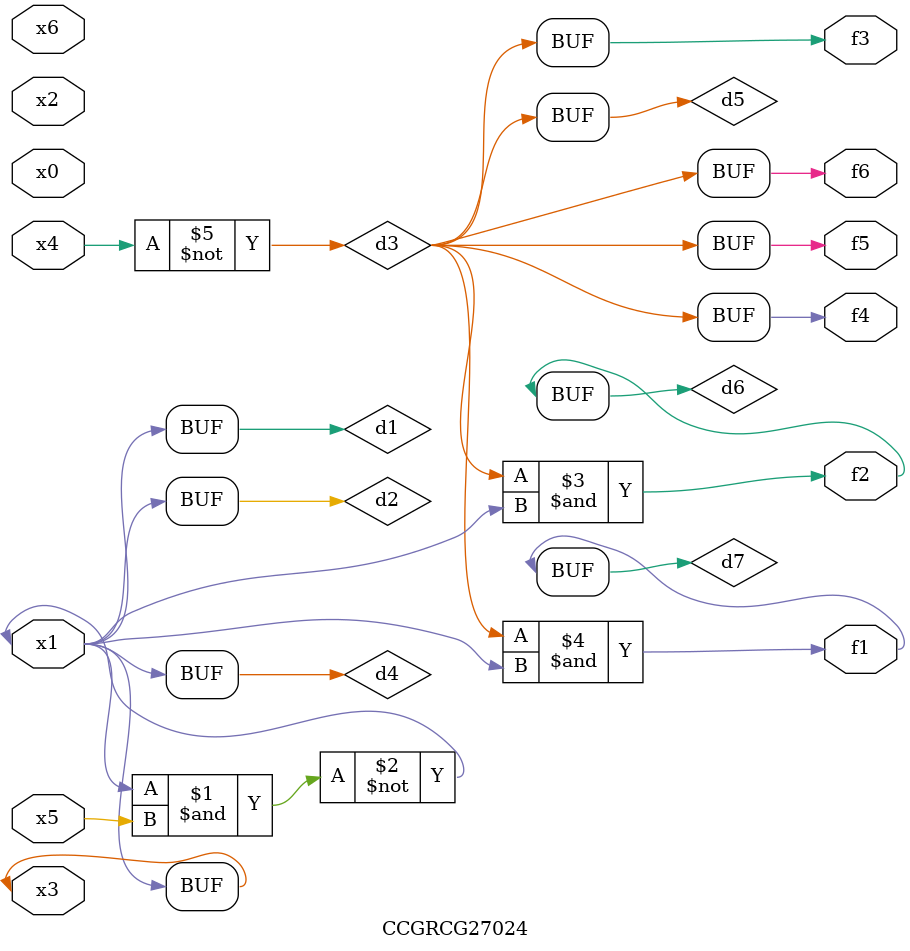
<source format=v>
module CCGRCG27024(
	input x0, x1, x2, x3, x4, x5, x6,
	output f1, f2, f3, f4, f5, f6
);

	wire d1, d2, d3, d4, d5, d6, d7;

	buf (d1, x1, x3);
	nand (d2, x1, x5);
	not (d3, x4);
	buf (d4, d1, d2);
	buf (d5, d3);
	and (d6, d3, d4);
	and (d7, d3, d4);
	assign f1 = d7;
	assign f2 = d6;
	assign f3 = d5;
	assign f4 = d5;
	assign f5 = d5;
	assign f6 = d5;
endmodule

</source>
